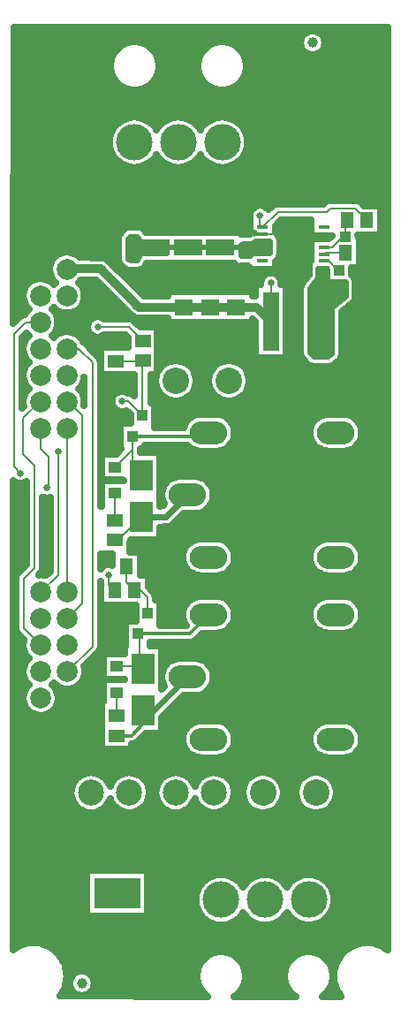
<source format=gbr>
G04 DipTrace 3.0.0.1*
G04 Top.gbr*
%MOIN*%
G04 #@! TF.FileFunction,Copper,L1,Top*
G04 #@! TF.Part,Single*
G04 #@! TA.AperFunction,Conductor*
%ADD13C,0.019685*%
%ADD14C,0.011811*%
%ADD15C,0.008*%
%ADD16C,0.023976*%
%ADD17C,0.031969*%
%ADD18C,0.007992*%
%ADD19C,0.012047*%
G04 #@! TA.AperFunction,CopperBalancing*
%ADD20C,0.025*%
%ADD21R,0.106299X0.062992*%
%ADD22R,0.03937X0.043307*%
%ADD23R,0.051181X0.059055*%
%ADD24R,0.043307X0.03937*%
%ADD25R,0.070866X0.062992*%
%ADD26R,0.086614X0.11811*%
%ADD27R,0.049213X0.043307*%
%ADD28R,0.059055X0.051181*%
G04 #@! TA.AperFunction,ComponentPad*
%ADD29C,0.098425*%
%ADD30R,0.07874X0.07874*%
%ADD31C,0.07874*%
%ADD32O,0.141732X0.086614*%
%ADD33R,0.062992X0.224409*%
%ADD34R,0.041339X0.011811*%
%ADD35R,0.11811X0.15748*%
G04 #@! TA.AperFunction,ComponentPad*
%ADD36C,0.137795*%
%ADD37C,0.1*%
%ADD38C,0.25*%
%ADD39R,0.177165X0.11811*%
%ADD40O,0.177165X0.11811*%
%ADD41O,0.11811X0.177165*%
%ADD42C,0.03937*%
%FSLAX26Y26*%
G04*
G70*
G90*
G75*
G01*
G04 Top*
%LPD*%
X973016Y3260016D2*
D13*
X1094016D1*
X1214016D1*
X1299016D1*
X1309016Y3250016D1*
X924016Y1513535D2*
D14*
X934134D1*
X922543Y1525126D1*
Y1460945D1*
X880614Y1419016D1*
X826213D1*
X826016Y1419213D1*
X820016Y2157213D2*
D15*
X832693D1*
X920016Y2244535D1*
X924016Y1513535D2*
D16*
X966276D1*
X1092819Y1640079D1*
X920016Y2244535D2*
X1010268D1*
X1092819Y2327087D1*
X1768819Y3363016D2*
D15*
Y3366638D1*
X1726677Y3408780D1*
X1631780D1*
X1618016Y3395016D1*
X1433567D1*
X1376701Y3338150D1*
X1080016Y3036016D2*
D17*
X1179016D1*
X1276016D1*
X1353378D1*
X1407780Y2981614D1*
D15*
Y3126299D1*
X1366441Y3381220D2*
Y3348409D1*
X1376701Y3338150D1*
X1080016Y3036016D2*
D17*
X909480D1*
X765063Y3180433D1*
X639669D1*
X637701Y3178465D1*
X537701Y2678465D2*
D15*
X533764D1*
X471756Y2616457D1*
Y2480630D1*
X515063Y2437323D1*
Y2051496D1*
X475693Y2012126D1*
Y1823740D1*
X539079Y1760354D1*
X1376701Y3312559D2*
X1346472D1*
X1346016Y3313016D1*
X1376701Y3312559D2*
X1448472D1*
X1492016Y3269016D1*
X1607016Y3286969D2*
X1530244D1*
X1491858Y3248583D1*
X1763819Y3241016D2*
Y3291142D1*
X1754945Y3300016D1*
X1689016Y3241016D2*
X1612244D1*
X1607016Y3235787D1*
Y3261378D2*
X1637378D1*
X1671016Y3295016D1*
X1683016D1*
X1688016Y3300016D1*
Y3357016D1*
X1694016Y3363016D1*
X1665016Y3175016D2*
D18*
X1660016D1*
X1624835Y3210197D1*
X1607016D1*
X826016Y1582016D2*
D15*
Y1494016D1*
X819016Y2334016D2*
Y2233016D1*
X820016Y2232016D1*
X826016Y1680441D2*
X914591D1*
X924016Y1671016D1*
X910732D1*
Y1798543D1*
X905811Y1803465D1*
D19*
X1101205D1*
X1172819Y1875079D1*
X886016Y2548016D2*
D15*
Y2499441D1*
X819016Y2432441D1*
X886016Y2548016D2*
Y2436016D1*
X920016Y2402016D1*
X886016Y2548016D2*
D19*
X1158748D1*
X1172819Y2562087D1*
X846016Y2680016D2*
D15*
Y2681016D1*
X869157D1*
X923417Y2626756D1*
Y2832417D1*
X924016Y2833016D1*
X821016Y2832213D2*
X923213D1*
X861520Y2056417D2*
Y1997362D1*
X892031Y1966850D1*
X913685D1*
X940260Y1940276D1*
Y1885157D1*
X943213Y1882205D1*
X795016Y2025016D2*
Y1989063D1*
X817228Y1966850D1*
X754016Y2961016D2*
X870819D1*
X924016Y2907819D1*
X537701Y2978465D2*
X482386D1*
X437307Y2933386D1*
Y2433386D1*
X461913Y2408780D1*
X537701Y2578465D2*
Y2500315D1*
X567228Y2470787D1*
Y2358583D1*
X562307Y2353661D1*
X637701Y2878465D2*
X682189D1*
X733567Y2827087D1*
Y1754843D1*
X639079Y1660354D1*
X604630Y2492441D2*
Y2025906D1*
X539079Y1960354D1*
X637701Y2578465D2*
Y1961732D1*
X639079Y1960354D1*
X637701Y2678465D2*
X644984D1*
X696165Y2627283D1*
Y1917441D1*
X639079Y1860354D1*
D20*
X888094Y3288701D3*
Y3256220D3*
X887110Y3223740D3*
X814016Y2515016D3*
X830016Y2553016D3*
X461913Y2408780D3*
X846016Y2680016D3*
X1451016Y3306016D3*
X1493016Y3307016D3*
X1533016D3*
X1450016Y3269016D3*
X1492016D3*
X1533016Y3268016D3*
X1451016Y3229016D3*
X1491016Y3228016D3*
X1533016D3*
X1450016Y3187016D3*
X1492016D3*
X1533016D3*
X1610535Y3299528D3*
X1346016Y3313016D3*
X795016Y2025016D3*
X754016Y2961016D3*
X493016Y1194016D3*
Y1144016D3*
Y1094016D3*
Y1044016D3*
Y994016D3*
Y944016D3*
Y894016D3*
Y844016D3*
X693016Y1344016D3*
X793016D3*
X893016D3*
X1407780Y3126299D3*
X1366441Y3381220D3*
X604630Y2492441D3*
X562307Y2353661D3*
X439995Y4065647D2*
X1530308D1*
X1600200D2*
X1847007D1*
X439946Y4040778D2*
X1517271D1*
X1613237D2*
X1846958D1*
X439898Y4015909D2*
X832651D1*
X953374D2*
X1163364D1*
X1284087D2*
X1519761D1*
X1610747D2*
X1846958D1*
X439898Y3991041D2*
X811460D1*
X974566D2*
X1142173D1*
X1305278D2*
X1543052D1*
X1587456D2*
X1846958D1*
X439849Y3966172D2*
X801597D1*
X984429D2*
X1132310D1*
X1315142D2*
X1846958D1*
X439849Y3941303D2*
X799204D1*
X986821D2*
X1129917D1*
X1317534D2*
X1846909D1*
X439800Y3916434D2*
X803794D1*
X982232D2*
X1134507D1*
X1312944D2*
X1846909D1*
X439800Y3891566D2*
X816538D1*
X969487D2*
X1147251D1*
X1300200D2*
X1846909D1*
X439751Y3866697D2*
X843735D1*
X942290D2*
X1174448D1*
X1273003D2*
X1846909D1*
X439751Y3841828D2*
X1846860D1*
X439702Y3816959D2*
X1846860D1*
X439653Y3792091D2*
X1846860D1*
X439653Y3767222D2*
X1846812D1*
X439605Y3742353D2*
X846372D1*
X939653D2*
X1011704D1*
X1105034D2*
X1177085D1*
X1270366D2*
X1846812D1*
X439605Y3717484D2*
X816099D1*
X969927D2*
X981480D1*
X1135259D2*
X1146812D1*
X1300640D2*
X1846812D1*
X439556Y3692615D2*
X801694D1*
X1315044D2*
X1846812D1*
X439556Y3667747D2*
X795640D1*
X1321099D2*
X1846763D1*
X439507Y3642878D2*
X796323D1*
X1320464D2*
X1846763D1*
X439507Y3618009D2*
X803843D1*
X1312944D2*
X1846763D1*
X439458Y3593140D2*
X820396D1*
X965630D2*
X985728D1*
X1131011D2*
X1151109D1*
X1296343D2*
X1846763D1*
X439458Y3568272D2*
X857603D1*
X928472D2*
X1022935D1*
X1093804D2*
X1188267D1*
X1259136D2*
X1846714D1*
X439409Y3543403D2*
X1846714D1*
X439360Y3518534D2*
X1846714D1*
X439360Y3493665D2*
X1846665D1*
X439312Y3468797D2*
X1846665D1*
X439312Y3443928D2*
X1846665D1*
X439263Y3419059D2*
X1354526D1*
X1378374D2*
X1412290D1*
X1762017D2*
X1846665D1*
X439263Y3394190D2*
X1327183D1*
X1823394D2*
X1846616D1*
X439214Y3369322D2*
X1326792D1*
X1823394D2*
X1846616D1*
X439214Y3344453D2*
X1327036D1*
X1428618D2*
X1557359D1*
X1823394D2*
X1846616D1*
X439165Y3319584D2*
X841441D1*
X935845D2*
X1327036D1*
X1426372D2*
X1557359D1*
X1823394D2*
X1846568D1*
X439116Y3294715D2*
X829575D1*
X1442583D2*
X1625083D1*
X1743609D2*
X1846568D1*
X439116Y3269846D2*
X829575D1*
X1443023D2*
X1557359D1*
X1743609D2*
X1846568D1*
X439068Y3244978D2*
X829575D1*
X1443023D2*
X1557359D1*
X1743609D2*
X1846568D1*
X439068Y3220109D2*
X584165D1*
X782720D2*
X829575D1*
X1439653D2*
X1557359D1*
X1743609D2*
X1846519D1*
X439019Y3195240D2*
X571519D1*
X812847D2*
X837974D1*
X937359D2*
X1272251D1*
X1426372D2*
X1548032D1*
X1743609D2*
X1846519D1*
X439019Y3170371D2*
X569859D1*
X837700D2*
X1548032D1*
X1713677D2*
X1846519D1*
X438970Y3145503D2*
X578159D1*
X862554D2*
X1371323D1*
X1444194D2*
X1538218D1*
X1725298D2*
X1846519D1*
X438970Y3120634D2*
X484605D1*
X690776D2*
X762290D1*
X887456D2*
X1366685D1*
X1448882D2*
X1520786D1*
X1729009D2*
X1846470D1*
X438921Y3095765D2*
X471665D1*
X703765D2*
X787144D1*
X912310D2*
X1347300D1*
X1468267D2*
X1517026D1*
X1729009D2*
X1846470D1*
X438872Y3070896D2*
X469761D1*
X705620D2*
X812046D1*
X1468267D2*
X1517026D1*
X1728960D2*
X1846470D1*
X438872Y3046028D2*
X477866D1*
X697515D2*
X836900D1*
X1468267D2*
X1517026D1*
X1712554D2*
X1846421D1*
X438823Y3021159D2*
X485044D1*
X590337D2*
X602744D1*
X672661D2*
X861753D1*
X1468267D2*
X1517026D1*
X1681890D2*
X1846421D1*
X438823Y2996290D2*
X454585D1*
X603618D2*
X734898D1*
X773150D2*
X891929D1*
X1468267D2*
X1517026D1*
X1676177D2*
X1846421D1*
X605669Y2971421D2*
X713950D1*
X906060D2*
X1347300D1*
X1468267D2*
X1517026D1*
X1676323D2*
X1846421D1*
X597808Y2946552D2*
X715318D1*
X982525D2*
X1347300D1*
X1468267D2*
X1517026D1*
X1676470D2*
X1846372D1*
X471245Y2921684D2*
X485484D1*
X689898D2*
X864536D1*
X982525D2*
X1347300D1*
X1468267D2*
X1517026D1*
X1676616D2*
X1846372D1*
X709478Y2896815D2*
X865513D1*
X982525D2*
X1347300D1*
X1468267D2*
X1517026D1*
X1676763D2*
X1846372D1*
X734331Y2871946D2*
X762485D1*
X982525D2*
X1347300D1*
X1468267D2*
X1517026D1*
X1676909D2*
X1846323D1*
X982525Y2847077D2*
X1347300D1*
X1468267D2*
X1519859D1*
X1675054D2*
X1846323D1*
X470318Y2822209D2*
X485972D1*
X982525D2*
X1004917D1*
X1093120D2*
X1204917D1*
X1293120D2*
X1541978D1*
X1651616D2*
X1846323D1*
X1117144Y2797340D2*
X1180894D1*
X1317144D2*
X1846323D1*
X766558Y2772471D2*
X890415D1*
X956401D2*
X971421D1*
X1126616D2*
X1171421D1*
X1326616D2*
X1846275D1*
X766558Y2747602D2*
X890415D1*
X956401D2*
X970737D1*
X1127300D2*
X1170737D1*
X1327300D2*
X1846275D1*
X470318Y2722734D2*
X486411D1*
X688970D2*
X700547D1*
X766558D2*
X890415D1*
X956401D2*
X978648D1*
X1119390D2*
X1178648D1*
X1319390D2*
X1846275D1*
X766558Y2697865D2*
X808872D1*
X956401D2*
X999253D1*
X1098784D2*
X1199253D1*
X1298784D2*
X1846275D1*
X766558Y2672996D2*
X805161D1*
X972075D2*
X1846226D1*
X766558Y2648127D2*
X821079D1*
X972075D2*
X1846226D1*
X766558Y2623259D2*
X874741D1*
X972075D2*
X1109165D1*
X1236480D2*
X1589146D1*
X1716509D2*
X1846226D1*
X766558Y2598390D2*
X874741D1*
X972075D2*
X1083140D1*
X1262505D2*
X1563120D1*
X1742485D2*
X1846177D1*
X766558Y2573521D2*
X837339D1*
X1271734D2*
X1553892D1*
X1751714D2*
X1846177D1*
X766558Y2548652D2*
X837339D1*
X1271392D2*
X1554282D1*
X1751372D2*
X1846177D1*
X766558Y2523783D2*
X837339D1*
X1261235D2*
X1564390D1*
X1741216D2*
X1846177D1*
X766558Y2498915D2*
X839878D1*
X918999D2*
X1113071D1*
X1232573D2*
X1593052D1*
X1712554D2*
X1846128D1*
X992339Y2474046D2*
X1846128D1*
X992339Y2449177D2*
X1846128D1*
X992339Y2424308D2*
X1846079D1*
X992339Y2399440D2*
X1846079D1*
X992339Y2374571D2*
X1011607D1*
X1174028D2*
X1846079D1*
X438091Y2349702D2*
X482066D1*
X1188921D2*
X1846079D1*
X438091Y2324833D2*
X482066D1*
X1192632D2*
X1846030D1*
X438042Y2299965D2*
X482066D1*
X548052D2*
X571616D1*
X1187212D2*
X1846030D1*
X438042Y2275096D2*
X482066D1*
X548052D2*
X571616D1*
X1169439D2*
X1846030D1*
X437993Y2250227D2*
X482066D1*
X548052D2*
X571616D1*
X1072857D2*
X1846030D1*
X437993Y2225358D2*
X482066D1*
X548052D2*
X571616D1*
X1048003D2*
X1845982D1*
X437944Y2200490D2*
X482066D1*
X548052D2*
X571616D1*
X992339D2*
X1845982D1*
X437944Y2175621D2*
X482066D1*
X548052D2*
X571616D1*
X992339D2*
X1845982D1*
X437896Y2150752D2*
X482066D1*
X548052D2*
X571616D1*
X878521D2*
X1104917D1*
X1240679D2*
X1584946D1*
X1720708D2*
X1845933D1*
X437847Y2125883D2*
X482066D1*
X548052D2*
X571616D1*
X878521D2*
X1081675D1*
X1263970D2*
X1561704D1*
X1743950D2*
X1845933D1*
X437847Y2101014D2*
X482066D1*
X548052D2*
X571616D1*
X766558D2*
X806919D1*
X916118D2*
X1073521D1*
X1272124D2*
X1553550D1*
X1752105D2*
X1845933D1*
X437798Y2076146D2*
X482066D1*
X548052D2*
X571616D1*
X766558D2*
X806919D1*
X916118D2*
X1074790D1*
X1270855D2*
X1554819D1*
X1750835D2*
X1845933D1*
X437798Y2051277D2*
X469224D1*
X548052D2*
X571616D1*
X916118D2*
X1086118D1*
X1259526D2*
X1566148D1*
X1739507D2*
X1845884D1*
X437749Y2026408D2*
X446246D1*
X535601D2*
X559507D1*
X916118D2*
X1119126D1*
X1226519D2*
X1599155D1*
X1706499D2*
X1845884D1*
X946636Y2001539D2*
X1845884D1*
X949468Y1976671D2*
X1845884D1*
X971001Y1951802D2*
X1845835D1*
X991900Y1926933D2*
X1096030D1*
X1249614D2*
X1576060D1*
X1729595D2*
X1845835D1*
X766558Y1902064D2*
X894517D1*
X991900D2*
X1078403D1*
X1267241D2*
X1558384D1*
X1747271D2*
X1845835D1*
X766558Y1877196D2*
X894517D1*
X991900D2*
X1072984D1*
X1272661D2*
X1553013D1*
X1752642D2*
X1845786D1*
X766558Y1852327D2*
X894517D1*
X991900D2*
X1076792D1*
X1268853D2*
X1556773D1*
X1748882D2*
X1845786D1*
X766558Y1827458D2*
X857114D1*
X1253911D2*
X1571714D1*
X1733892D2*
X1845786D1*
X437505Y1802589D2*
X451194D1*
X766558D2*
X857114D1*
X1148833D2*
X1845786D1*
X437505Y1777720D2*
X473032D1*
X766558D2*
X857114D1*
X1123589D2*
X1845737D1*
X437456Y1752852D2*
X471128D1*
X766509D2*
X851694D1*
X996294D2*
X1845737D1*
X437456Y1727983D2*
X479234D1*
X752349D2*
X772398D1*
X996294D2*
X1845737D1*
X437407Y1703114D2*
X486509D1*
X727446D2*
X772398D1*
X996294D2*
X1032798D1*
X1152837D2*
X1845689D1*
X437359Y1678245D2*
X473179D1*
X704985D2*
X772398D1*
X996294D2*
X1004319D1*
X1181304D2*
X1845689D1*
X437359Y1653377D2*
X471079D1*
X707085D2*
X772398D1*
X1191411D2*
X1845689D1*
X437310Y1628508D2*
X478941D1*
X699224D2*
X772398D1*
X1191704D2*
X1845689D1*
X437310Y1603639D2*
X486948D1*
X591216D2*
X603115D1*
X675054D2*
X772398D1*
X1182427D2*
X1845640D1*
X437261Y1578770D2*
X473325D1*
X604790D2*
X772398D1*
X1156255D2*
X1845640D1*
X437261Y1553902D2*
X471030D1*
X607134D2*
X772398D1*
X1063579D2*
X1845640D1*
X437212Y1529033D2*
X478648D1*
X599517D2*
X767515D1*
X1038677D2*
X1845640D1*
X437212Y1504164D2*
X502232D1*
X575933D2*
X767515D1*
X1013823D2*
X1845591D1*
X437163Y1479295D2*
X767515D1*
X996294D2*
X1845591D1*
X437114Y1454427D2*
X767515D1*
X996294D2*
X1093394D1*
X1252251D2*
X1573374D1*
X1732232D2*
X1845591D1*
X437114Y1429558D2*
X767515D1*
X996294D2*
X1077378D1*
X1268267D2*
X1557407D1*
X1748247D2*
X1845542D1*
X437066Y1404689D2*
X767515D1*
X914605D2*
X1072984D1*
X1272661D2*
X1552964D1*
X1752691D2*
X1845542D1*
X437066Y1379820D2*
X767515D1*
X884526D2*
X1077671D1*
X1267925D2*
X1557700D1*
X1747954D2*
X1845542D1*
X437017Y1354951D2*
X1094175D1*
X1251470D2*
X1574204D1*
X1731450D2*
X1845542D1*
X437017Y1330083D2*
X1845493D1*
X436968Y1305214D2*
X1845493D1*
X436968Y1280345D2*
X1845493D1*
X436919Y1255476D2*
X670835D1*
X786870D2*
X814927D1*
X930962D2*
X990903D1*
X1106939D2*
X1134995D1*
X1251030D2*
X1318931D1*
X1437114D2*
X1518931D1*
X1637114D2*
X1845444D1*
X436870Y1230608D2*
X655454D1*
X946294D2*
X975523D1*
X1266411D2*
X1303794D1*
X1452251D2*
X1503794D1*
X1652251D2*
X1845444D1*
X436870Y1205739D2*
X650669D1*
X951128D2*
X970737D1*
X1271196D2*
X1299058D1*
X1456987D2*
X1499058D1*
X1656987D2*
X1845444D1*
X436821Y1180870D2*
X654282D1*
X947515D2*
X974351D1*
X1267583D2*
X1302622D1*
X1453423D2*
X1502622D1*
X1653423D2*
X1845444D1*
X436821Y1156001D2*
X667808D1*
X789849D2*
X811900D1*
X933989D2*
X987876D1*
X1109966D2*
X1131968D1*
X1254058D2*
X1315952D1*
X1440044D2*
X1515952D1*
X1640044D2*
X1845396D1*
X436773Y1131133D2*
X705845D1*
X751812D2*
X849985D1*
X895903D2*
X1025962D1*
X1071880D2*
X1170054D1*
X1215972D2*
X1352280D1*
X1403716D2*
X1552280D1*
X1603716D2*
X1845396D1*
X436773Y1106264D2*
X1845396D1*
X436724Y1081395D2*
X1845396D1*
X436724Y1056526D2*
X1845347D1*
X436675Y1031657D2*
X1845347D1*
X436626Y1006789D2*
X1845347D1*
X436626Y981920D2*
X1845298D1*
X436577Y957051D2*
X1845298D1*
X436577Y932182D2*
X1845298D1*
X436528Y907314D2*
X709507D1*
X944634D2*
X1845298D1*
X436528Y882445D2*
X709507D1*
X944634D2*
X1170151D1*
X1269439D2*
X1335484D1*
X1434819D2*
X1500816D1*
X1600151D2*
X1845249D1*
X436480Y857576D2*
X709507D1*
X944634D2*
X1141587D1*
X1298003D2*
X1306968D1*
X1463335D2*
X1472289D1*
X1628667D2*
X1845249D1*
X436480Y832707D2*
X709507D1*
X944634D2*
X1127866D1*
X1642437D2*
X1845249D1*
X436431Y807839D2*
X709507D1*
X944634D2*
X1122251D1*
X1648003D2*
X1845249D1*
X436382Y782970D2*
X709507D1*
X944634D2*
X1123325D1*
X1646929D2*
X1845200D1*
X436382Y758101D2*
X709507D1*
X944634D2*
X1131382D1*
X1638921D2*
X1845200D1*
X436333Y733232D2*
X1148716D1*
X1290874D2*
X1314048D1*
X1456206D2*
X1479429D1*
X1621587D2*
X1845200D1*
X436333Y708364D2*
X1189194D1*
X1250347D2*
X1354575D1*
X1415728D2*
X1519907D1*
X1581060D2*
X1845151D1*
X436284Y683495D2*
X1845151D1*
X436284Y658626D2*
X1845151D1*
X436235Y633757D2*
X476450D1*
X545806D2*
X1736265D1*
X1805669D2*
X1845151D1*
X594048Y608888D2*
X1688023D1*
X616900Y584020D2*
X1160874D1*
X1278667D2*
X1491587D1*
X1609380D2*
X1665220D1*
X630327Y559151D2*
X1138950D1*
X1300640D2*
X1469663D1*
X1631353D2*
X1651743D1*
X637456Y534282D2*
X1128648D1*
X1310943D2*
X1459360D1*
X639409Y509413D2*
X652766D1*
X735601D2*
X1125962D1*
X1313628D2*
X1456675D1*
X636382Y484545D2*
X645479D1*
X742876D2*
X1130161D1*
X1309380D2*
X1460874D1*
X627984Y459676D2*
X652818D1*
X735601D2*
X1142466D1*
X1297124D2*
X1473179D1*
X1627837D2*
X1654087D1*
X1146874Y3318004D2*
X1293657D1*
Y3309947D1*
X1298370Y3310500D1*
X1328781Y3311242D1*
X1329539Y3318252D1*
X1329357Y3369171D1*
X1327929Y3375121D1*
X1327449Y3381220D1*
X1327929Y3387320D1*
X1329357Y3393270D1*
X1331699Y3398923D1*
X1334896Y3404139D1*
X1338869Y3408792D1*
X1343522Y3412766D1*
X1348739Y3415963D1*
X1354392Y3418304D1*
X1360341Y3419733D1*
X1366441Y3420213D1*
X1372541Y3419733D1*
X1378490Y3418304D1*
X1384143Y3415963D1*
X1389360Y3412766D1*
X1394013Y3408792D1*
X1398617Y3403195D1*
X1413764Y3418202D1*
X1419724Y3422185D1*
X1426449Y3424666D1*
X1433567Y3425508D1*
X1605393D1*
X1613857Y3433448D1*
X1620111Y3436951D1*
X1627009Y3438896D1*
X1631780Y3439272D1*
X1729070Y3439178D1*
X1736100Y3437779D1*
X1742609Y3434778D1*
X1748238Y3430341D1*
X1759529Y3419051D1*
X1820902Y3419035D1*
Y3306996D1*
X1736185D1*
X1736933Y3297035D1*
X1741099D1*
Y3184996D1*
X1711167D1*
X1711193Y3157195D1*
X1719951Y3149464D1*
X1723473Y3144328D1*
X1725699Y3138512D1*
X1726508Y3132016D1*
X1726426Y3069937D1*
X1725211Y3063829D1*
X1722604Y3058174D1*
X1718749Y3053283D1*
X1673594Y3016465D1*
X1674438Y2855091D1*
X1673259Y2848976D1*
X1670684Y2843305D1*
X1666851Y2838387D1*
X1642243Y2816075D1*
X1636907Y2812866D1*
X1630968Y2810990D1*
X1625574Y2810527D1*
X1563497Y2811643D1*
X1557410Y2812960D1*
X1551799Y2815661D1*
X1546832Y2819745D1*
X1524210Y2843971D1*
X1521300Y2849477D1*
X1519756Y2855511D1*
X1519524Y2871516D1*
X1519605Y3109094D1*
X1520820Y3115202D1*
X1523228Y3120528D1*
X1550541Y3159436D1*
X1550605Y3196094D1*
X1551820Y3202202D1*
X1554427Y3207858D1*
X1558283Y3212749D1*
X1559817Y3214166D1*
X1559854Y3293776D1*
X1626700D1*
X1638639Y3305761D1*
X1559854Y3305752D1*
Y3364492D1*
X1446190Y3364523D1*
X1423882Y3342208D1*
X1423862Y3319220D1*
X1427897Y3315525D1*
X1436391Y3304199D1*
X1439084Y3298584D1*
X1440392Y3292495D1*
X1440508Y3233016D1*
X1439776Y3226831D1*
X1437620Y3220989D1*
X1434161Y3215810D1*
X1429414Y3211458D1*
X1423836Y3207474D1*
X1423862Y3177799D1*
X1329539D1*
X1329237Y3183535D1*
X1291104Y3184983D1*
X1285162Y3186849D1*
X1279821Y3190050D1*
X1275369Y3194417D1*
X1269868Y3201873D1*
X1243657Y3202028D1*
X938156D1*
X930542Y3187001D1*
X926418Y3182334D1*
X921319Y3178759D1*
X915527Y3176472D1*
X909352Y3175601D1*
X867315Y3175676D1*
X861207Y3176891D1*
X855552Y3179498D1*
X850661Y3183354D1*
X837063Y3199409D1*
X834045Y3204856D1*
X832382Y3210858D1*
X832075Y3214882D1*
X832156Y3297669D1*
X833371Y3303777D1*
X835979Y3309433D1*
X845888Y3321998D1*
X853668Y3331055D1*
X858759Y3334641D1*
X864547Y3336939D1*
X870720Y3337823D1*
X908874Y3337749D1*
X914982Y3336534D1*
X920637Y3333927D1*
X925528Y3330071D1*
X928499Y3326531D1*
X934351Y3318171D1*
X1146874Y3318004D1*
X1226591Y3094004D2*
X1337941D1*
Y3078525D1*
X1349795Y3078492D1*
X1349791Y3120311D1*
X1369274D1*
X1368787Y3126299D1*
X1369267Y3132399D1*
X1370696Y3138348D1*
X1373037Y3144001D1*
X1376234Y3149218D1*
X1380208Y3153871D1*
X1384861Y3157845D1*
X1390077Y3161041D1*
X1395730Y3163383D1*
X1401680Y3164811D1*
X1407780Y3165291D1*
X1413879Y3164811D1*
X1419829Y3163383D1*
X1425482Y3161041D1*
X1430699Y3157845D1*
X1435351Y3153871D1*
X1439325Y3149218D1*
X1442522Y3144001D1*
X1444863Y3138348D1*
X1446292Y3132399D1*
X1446772Y3126299D1*
X1446304Y3120306D1*
X1465768Y3120311D1*
Y2842917D1*
X1349791D1*
Y2979490D1*
X1337935Y2991388D1*
X1337941Y2978027D1*
X1018091D1*
Y2993506D1*
X906148Y2993670D1*
X899564Y2994713D1*
X893225Y2996773D1*
X887286Y2999799D1*
X881894Y3003716D1*
X817573Y3067852D1*
X747449Y3137976D1*
X689624Y3137957D1*
X684272Y3131893D1*
X680579Y3128479D1*
X687783Y3121239D1*
X693858Y3112877D1*
X698550Y3103669D1*
X701743Y3093840D1*
X703360Y3083632D1*
Y3073297D1*
X701743Y3063089D1*
X698550Y3053260D1*
X693858Y3044052D1*
X687783Y3035690D1*
X680475Y3028383D1*
X672114Y3022308D1*
X662905Y3017616D1*
X653076Y3014422D1*
X642868Y3012805D1*
X632533D1*
X622326Y3014422D1*
X612496Y3017616D1*
X603288Y3022308D1*
X594927Y3028383D1*
X587715Y3035587D1*
X580579Y3028479D1*
X587783Y3021239D1*
X593858Y3012877D1*
X598550Y3003669D1*
X601743Y2993840D1*
X603360Y2983632D1*
Y2973297D1*
X601743Y2963089D1*
X598550Y2953260D1*
X593858Y2944052D1*
X587783Y2935690D1*
X580579Y2928479D1*
X587687Y2921342D1*
X594927Y2928547D1*
X603288Y2934621D1*
X612496Y2939313D1*
X622326Y2942507D1*
X632533Y2944124D1*
X642868D1*
X653076Y2942507D1*
X662905Y2939313D1*
X672114Y2934621D1*
X680475Y2928547D1*
X687783Y2921239D1*
X693858Y2912877D1*
X698203Y2904421D1*
X703750Y2900026D1*
X756753Y2846890D1*
X760736Y2840930D1*
X763217Y2834205D1*
X764059Y2827087D1*
Y2284069D1*
X767918Y2285870D1*
Y2382161D1*
X850193D1*
X845114Y2384295D1*
X767918D1*
Y2480586D1*
X824021D1*
X843340Y2499888D1*
X839839Y2499870D1*
Y2596161D1*
X877192D1*
X877240Y2629831D1*
X862392Y2644659D1*
X855118Y2642101D1*
X849075Y2641144D1*
X842956D1*
X836913Y2642101D1*
X831094Y2643992D1*
X825642Y2646769D1*
X820692Y2650366D1*
X816366Y2654692D1*
X812769Y2659642D1*
X809992Y2665094D1*
X808101Y2670913D1*
X807144Y2676956D1*
Y2683075D1*
X808101Y2689118D1*
X809992Y2694937D1*
X812769Y2700389D1*
X816366Y2705339D1*
X820692Y2709666D1*
X825642Y2713262D1*
X831094Y2716040D1*
X836913Y2717931D1*
X842956Y2718888D1*
X849075D1*
X855118Y2717931D1*
X860937Y2716040D1*
X866389Y2713262D1*
X869157Y2711508D1*
X876276Y2710665D1*
X883001Y2708184D1*
X888961Y2704202D1*
X892894Y2700402D1*
X892925Y2780906D1*
X877073Y2780933D1*
X877036Y2780130D1*
X764996D1*
Y2884295D1*
X867959D1*
X867996Y2920726D1*
X858157Y2930555D1*
X778290Y2930523D1*
X771718Y2926274D1*
X766065Y2923932D1*
X760115Y2922504D1*
X754016Y2922024D1*
X747916Y2922504D1*
X741967Y2923932D1*
X736314Y2926274D1*
X731097Y2929470D1*
X726444Y2933444D1*
X722470Y2938097D1*
X719274Y2943314D1*
X716932Y2948967D1*
X715504Y2954916D1*
X715024Y2961016D1*
X715504Y2967115D1*
X716932Y2973065D1*
X719274Y2978718D1*
X722470Y2983935D1*
X726444Y2988587D1*
X731097Y2992561D1*
X736314Y2995758D1*
X741967Y2998099D1*
X747916Y2999528D1*
X754016Y3000008D1*
X760115Y2999528D1*
X766065Y2998099D1*
X771718Y2995758D1*
X778278Y2991502D1*
X873211Y2991414D1*
X880242Y2990016D1*
X886751Y2987015D1*
X892380Y2982577D1*
X915064Y2959893D1*
X980035Y2959902D1*
Y2791104D1*
X983795Y2797983D1*
X990851Y2807693D1*
X999338Y2816181D1*
X1009049Y2823236D1*
X1019743Y2828685D1*
X1031159Y2832394D1*
X1043014Y2834272D1*
X1055017D1*
X1066872Y2832394D1*
X1078288Y2828685D1*
X1088983Y2823236D1*
X1098693Y2816181D1*
X1107181Y2807693D1*
X1114236Y2797983D1*
X1119685Y2787288D1*
X1123394Y2775872D1*
X1125272Y2764017D1*
Y2752014D1*
X1123394Y2740159D1*
X1119685Y2728743D1*
X1114236Y2718049D1*
X1107181Y2708338D1*
X1098693Y2699851D1*
X1088983Y2692795D1*
X1078288Y2687346D1*
X1066872Y2683637D1*
X1055017Y2681759D1*
X1043014D1*
X1031159Y2683637D1*
X1019743Y2687346D1*
X1009049Y2692795D1*
X999338Y2699851D1*
X990851Y2708338D1*
X983795Y2718049D1*
X978346Y2728743D1*
X974637Y2740159D1*
X972759Y2752014D1*
Y2764017D1*
X974637Y2775872D1*
X976070Y2780953D1*
X953912Y2780933D1*
X953909Y2674947D1*
X969595Y2674901D1*
Y2580499D1*
X1077959Y2580532D1*
X1080774Y2588798D1*
X1085746Y2598557D1*
X1092184Y2607418D1*
X1099929Y2615162D1*
X1108790Y2621600D1*
X1118549Y2626573D1*
X1128966Y2629957D1*
X1139783Y2631671D1*
X1182760Y2631886D1*
X1205854Y2631671D1*
X1216672Y2629957D1*
X1227089Y2626573D1*
X1236848Y2621600D1*
X1245709Y2615162D1*
X1253454Y2607418D1*
X1259892Y2598557D1*
X1264864Y2588798D1*
X1268249Y2578381D1*
X1269962Y2567563D1*
Y2556610D1*
X1268249Y2545792D1*
X1264864Y2535376D1*
X1259892Y2525617D1*
X1253454Y2516756D1*
X1245709Y2509011D1*
X1236848Y2502573D1*
X1227089Y2497601D1*
X1216672Y2494216D1*
X1205854Y2492503D1*
X1162878Y2492287D1*
X1139783Y2492503D1*
X1128966Y2494216D1*
X1118549Y2497601D1*
X1108790Y2502573D1*
X1099929Y2509011D1*
X1093332Y2515514D1*
X932234Y2515500D1*
X932193Y2499870D1*
X916519D1*
X916508Y2487518D1*
X989815Y2487563D1*
Y2283061D1*
X1000736Y2289423D1*
X1004361Y2293048D1*
X1000774Y2300376D1*
X997389Y2310792D1*
X995676Y2321610D1*
Y2332563D1*
X997389Y2343381D1*
X1000774Y2353798D1*
X1005746Y2363557D1*
X1012184Y2372418D1*
X1019929Y2380162D1*
X1028790Y2386600D1*
X1038549Y2391573D1*
X1048966Y2394957D1*
X1059783Y2396671D1*
X1102760Y2396886D1*
X1125854Y2396671D1*
X1136672Y2394957D1*
X1147089Y2391573D1*
X1156848Y2386600D1*
X1165709Y2380162D1*
X1173454Y2372418D1*
X1179892Y2363557D1*
X1184864Y2353798D1*
X1188249Y2343381D1*
X1189962Y2332563D1*
Y2321610D1*
X1188249Y2310792D1*
X1184864Y2300376D1*
X1179892Y2290617D1*
X1173454Y2281756D1*
X1165709Y2274011D1*
X1156848Y2267573D1*
X1147089Y2262601D1*
X1136672Y2259216D1*
X1125854Y2257503D1*
X1082878Y2257287D1*
X1077458D1*
X1035259Y2215275D1*
X1030374Y2211725D1*
X1024994Y2208984D1*
X1019251Y2207118D1*
X1013287Y2206174D1*
X989809Y2206055D1*
X989815Y2158988D1*
X877559D1*
X876036Y2146795D1*
Y2112469D1*
X913603Y2112437D1*
Y2022837D1*
X944114Y2022870D1*
Y1979559D1*
X963446Y1960079D1*
X967429Y1954119D1*
X969910Y1947394D1*
X970752Y1940276D1*
Y1930363D1*
X989390Y1930350D1*
Y1835948D1*
X1087403Y1835980D1*
X1083068Y1843391D1*
X1078877Y1853510D1*
X1076320Y1864160D1*
X1075461Y1875079D1*
X1076320Y1885998D1*
X1078877Y1896648D1*
X1083068Y1906767D1*
X1088791Y1916106D1*
X1095904Y1924434D1*
X1104233Y1931547D1*
X1113572Y1937270D1*
X1123691Y1941462D1*
X1134341Y1944019D1*
X1145281Y1944877D1*
X1205854Y1944663D1*
X1216672Y1942949D1*
X1227089Y1939565D1*
X1236848Y1934592D1*
X1245709Y1928154D1*
X1253454Y1920410D1*
X1259892Y1911549D1*
X1264864Y1901790D1*
X1268249Y1891373D1*
X1269962Y1880555D1*
Y1869602D1*
X1268249Y1858784D1*
X1264864Y1848368D1*
X1259892Y1838609D1*
X1253454Y1829748D1*
X1245709Y1822003D1*
X1236848Y1815565D1*
X1227089Y1810593D1*
X1216672Y1807208D1*
X1205854Y1805495D1*
X1162878Y1805279D1*
X1148999D1*
X1122322Y1778739D1*
X1115967Y1774493D1*
X1108795Y1771847D1*
X1101205Y1770949D1*
X952035D1*
X951988Y1756589D1*
X993815Y1756563D1*
Y1595518D1*
X1004356Y1606035D1*
X1000774Y1613368D1*
X997389Y1623784D1*
X995676Y1634602D1*
Y1645555D1*
X997389Y1656373D1*
X1000774Y1666790D1*
X1005746Y1676549D1*
X1012184Y1685410D1*
X1019929Y1693154D1*
X1028790Y1699592D1*
X1038549Y1704565D1*
X1048966Y1707949D1*
X1059783Y1709663D1*
X1102760Y1709878D1*
X1125854Y1709663D1*
X1136672Y1707949D1*
X1147089Y1704565D1*
X1156848Y1699592D1*
X1165709Y1693154D1*
X1173454Y1685410D1*
X1179892Y1676549D1*
X1184864Y1666790D1*
X1188249Y1656373D1*
X1189962Y1645555D1*
Y1634602D1*
X1188249Y1623784D1*
X1184864Y1613368D1*
X1179892Y1603609D1*
X1173454Y1594748D1*
X1165709Y1587003D1*
X1156848Y1580565D1*
X1147089Y1575593D1*
X1136672Y1572208D1*
X1125854Y1570495D1*
X1082878Y1570279D1*
X1077458D1*
X993815Y1486582D1*
Y1427988D1*
X935368D1*
X901655Y1394380D1*
X895322Y1390149D1*
X888177Y1387513D1*
X883146Y1386718D1*
X882036Y1383795D1*
Y1367130D1*
X769996D1*
Y1546098D1*
X774918Y1546370D1*
Y1630161D1*
X854263D1*
X852114Y1632295D1*
X774918D1*
Y1728586D1*
X854263D1*
X854217Y1756563D1*
X859637D1*
X859634Y1851610D1*
X896988D1*
X897036Y1910865D1*
X765146Y1910831D1*
X764899Y1984293D1*
X764524Y1989063D1*
Y2000733D1*
X764059Y1977087D1*
X763965Y1752450D1*
X762567Y1745420D1*
X759566Y1738910D1*
X755128Y1733281D1*
X701923Y1680076D1*
X704130Y1670657D1*
X704941Y1660354D1*
X704130Y1650051D1*
X701717Y1640002D1*
X697762Y1630454D1*
X692362Y1621641D1*
X685650Y1613783D1*
X677792Y1607071D1*
X668980Y1601671D1*
X659431Y1597716D1*
X649382Y1595303D1*
X639079Y1594492D1*
X628776Y1595303D1*
X618726Y1597716D1*
X609178Y1601671D1*
X600366Y1607071D1*
X592507Y1613783D1*
X589093Y1617476D1*
X581957Y1610368D1*
X589161Y1603128D1*
X595236Y1594767D1*
X599927Y1585559D1*
X603121Y1575730D1*
X604738Y1565522D1*
Y1555187D1*
X603121Y1544979D1*
X599927Y1535150D1*
X595236Y1525941D1*
X589161Y1517580D1*
X581853Y1510272D1*
X573492Y1504198D1*
X564283Y1499506D1*
X554454Y1496312D1*
X544246Y1494695D1*
X533911D1*
X523704Y1496312D1*
X513874Y1499506D1*
X504666Y1504198D1*
X496305Y1510272D1*
X488997Y1517580D1*
X482922Y1525941D1*
X478230Y1535150D1*
X475036Y1544979D1*
X473420Y1555187D1*
Y1565522D1*
X475036Y1575730D1*
X478230Y1585559D1*
X482922Y1594767D1*
X488997Y1603128D1*
X496201Y1610340D1*
X488997Y1617580D1*
X482922Y1625941D1*
X478230Y1635150D1*
X475036Y1644979D1*
X473420Y1655187D1*
Y1665522D1*
X475036Y1675730D1*
X478230Y1685559D1*
X482922Y1694767D1*
X488997Y1703128D1*
X496201Y1710340D1*
X488997Y1717580D1*
X482922Y1725941D1*
X478230Y1735150D1*
X475036Y1744979D1*
X473420Y1755187D1*
Y1765522D1*
X475036Y1775730D1*
X476259Y1780065D1*
X452506Y1803937D1*
X448524Y1809897D1*
X446043Y1816622D1*
X445201Y1823740D1*
X445295Y2014518D1*
X446693Y2021549D1*
X449694Y2028058D1*
X454132Y2033687D1*
X484550Y2064105D1*
X484571Y2377033D1*
X479615Y2374037D1*
X473963Y2371696D1*
X468013Y2370267D1*
X461913Y2369787D1*
X455814Y2370267D1*
X449864Y2371696D1*
X444211Y2374037D1*
X438994Y2377234D1*
X435650Y2379998D1*
X433720Y611354D1*
X445385Y619405D1*
X454005Y624233D1*
X462977Y628369D1*
X472245Y631788D1*
X481754Y634470D1*
X491443Y636397D1*
X501254Y637558D1*
X511126Y637946D1*
X520998Y637558D1*
X530809Y636397D1*
X540498Y634470D1*
X550007Y631788D1*
X559275Y628369D1*
X568247Y624233D1*
X576867Y619405D1*
X585081Y613917D1*
X592840Y607800D1*
X600094Y601094D1*
X606800Y593840D1*
X612917Y586081D1*
X618405Y577867D1*
X623233Y569247D1*
X627369Y560275D1*
X630788Y551007D1*
X633470Y541498D1*
X635397Y531809D1*
X636558Y521998D1*
X636946Y512126D1*
X636558Y502254D1*
X635397Y492443D1*
X633470Y482754D1*
X630788Y473245D1*
X627369Y463977D1*
X623233Y455005D1*
X618405Y446385D1*
X611507Y436383D1*
X1169218Y435996D1*
X1160446Y442647D1*
X1150308Y452785D1*
X1141880Y464385D1*
X1135371Y477160D1*
X1130941Y490796D1*
X1128698Y504957D1*
Y519295D1*
X1130941Y533456D1*
X1135371Y547092D1*
X1141880Y559867D1*
X1150308Y571467D1*
X1160446Y581605D1*
X1172046Y590033D1*
X1184821Y596542D1*
X1198457Y600973D1*
X1212618Y603216D1*
X1226956D1*
X1241118Y600973D1*
X1254754Y596542D1*
X1267529Y590033D1*
X1279128Y581605D1*
X1289267Y571467D1*
X1297694Y559867D1*
X1304204Y547092D1*
X1308634Y533456D1*
X1310877Y519295D1*
Y504957D1*
X1308634Y490796D1*
X1304204Y477160D1*
X1297694Y464385D1*
X1289267Y452785D1*
X1279128Y442647D1*
X1270069Y435916D1*
X1500272Y435766D1*
X1491155Y442647D1*
X1481017Y452785D1*
X1472589Y464385D1*
X1466080Y477160D1*
X1461649Y490796D1*
X1459406Y504957D1*
Y519295D1*
X1461649Y533456D1*
X1466080Y547092D1*
X1472589Y559867D1*
X1481017Y571467D1*
X1491155Y581605D1*
X1502755Y590033D1*
X1515530Y596542D1*
X1529166Y600973D1*
X1543327Y603216D1*
X1557665D1*
X1571826Y600973D1*
X1585462Y596542D1*
X1598237Y590033D1*
X1609837Y581605D1*
X1619975Y571467D1*
X1628403Y559867D1*
X1634912Y547092D1*
X1639343Y533456D1*
X1641586Y519295D1*
Y504957D1*
X1639343Y490796D1*
X1634912Y477160D1*
X1628403Y464385D1*
X1619975Y452785D1*
X1609837Y442647D1*
X1600451Y435698D1*
X1671073Y435647D1*
X1663689Y446385D1*
X1658862Y455005D1*
X1654726Y463977D1*
X1651306Y473245D1*
X1648625Y482754D1*
X1646697Y492443D1*
X1645536Y502254D1*
X1645148Y512126D1*
X1645536Y521998D1*
X1646697Y531809D1*
X1648625Y541498D1*
X1651306Y551007D1*
X1654726Y560275D1*
X1658862Y569247D1*
X1663689Y577867D1*
X1669178Y586081D1*
X1675294Y593840D1*
X1682000Y601094D1*
X1689255Y607800D1*
X1697013Y613917D1*
X1705228Y619405D1*
X1713847Y624233D1*
X1722819Y628369D1*
X1732088Y631788D1*
X1741596Y634470D1*
X1751286Y636397D1*
X1761097Y637558D1*
X1770969Y637946D1*
X1780840Y637558D1*
X1790651Y636397D1*
X1800341Y634470D1*
X1809849Y631788D1*
X1819118Y628369D1*
X1828090Y624233D1*
X1836709Y619405D1*
X1847621Y611790D1*
X1849509Y4090551D1*
X437502Y4090502D1*
X436290Y2975513D1*
X462583Y3001651D1*
X468543Y3005633D1*
X475268Y3008114D1*
X477625Y3008583D1*
X481544Y3012877D1*
X487619Y3021239D1*
X494823Y3028451D1*
X487619Y3035690D1*
X481544Y3044052D1*
X476852Y3053260D1*
X473658Y3063089D1*
X472042Y3073297D1*
Y3083632D1*
X473658Y3093840D1*
X476852Y3103669D1*
X481544Y3112877D1*
X487619Y3121239D1*
X494927Y3128547D1*
X503288Y3134621D1*
X512496Y3139313D1*
X522326Y3142507D1*
X532533Y3144124D1*
X542868D1*
X553076Y3142507D1*
X562905Y3139313D1*
X572114Y3134621D1*
X580475Y3128547D1*
X587687Y3121342D1*
X594823Y3128451D1*
X587619Y3135690D1*
X581544Y3144052D1*
X576852Y3153260D1*
X573658Y3163089D1*
X572042Y3173297D1*
Y3183632D1*
X573658Y3193840D1*
X576852Y3203669D1*
X581544Y3212877D1*
X587619Y3221239D1*
X594927Y3228547D1*
X603288Y3234621D1*
X612496Y3239313D1*
X622326Y3242507D1*
X632533Y3244124D1*
X642868D1*
X653076Y3242507D1*
X662905Y3239313D1*
X672114Y3234621D1*
X680475Y3228547D1*
X686233Y3222915D1*
X768396Y3222779D1*
X774979Y3221736D1*
X781318Y3219676D1*
X787257Y3216650D1*
X792649Y3212732D1*
X856970Y3148597D1*
X927094Y3078473D1*
X1018123Y3078492D1*
X1018091Y3094004D1*
X1226591D1*
X1268487Y1198076D2*
X1266629Y1186343D1*
X1262958Y1175045D1*
X1257565Y1164460D1*
X1250582Y1154849D1*
X1242182Y1146449D1*
X1232571Y1139467D1*
X1221987Y1134074D1*
X1210689Y1130403D1*
X1198955Y1128544D1*
X1187076D1*
X1175343Y1130403D1*
X1164045Y1134074D1*
X1153460Y1139467D1*
X1143849Y1146449D1*
X1135449Y1154849D1*
X1128467Y1164460D1*
X1123074Y1175045D1*
X1120921Y1180622D1*
X1116375Y1169647D1*
X1110168Y1159518D1*
X1102453Y1150484D1*
X1093419Y1142769D1*
X1083290Y1136562D1*
X1072315Y1132016D1*
X1060764Y1129243D1*
X1048921Y1128311D1*
X1037078Y1129243D1*
X1025527Y1132016D1*
X1014552Y1136562D1*
X1004423Y1142769D1*
X995390Y1150484D1*
X987675Y1159518D1*
X981468Y1169647D1*
X976922Y1180622D1*
X974149Y1192173D1*
X973217Y1204016D1*
X974149Y1215859D1*
X976922Y1227410D1*
X981468Y1238385D1*
X987675Y1248514D1*
X995390Y1257547D1*
X1004423Y1265262D1*
X1014552Y1271469D1*
X1025527Y1276015D1*
X1037078Y1278788D1*
X1048921Y1279720D1*
X1060764Y1278788D1*
X1072315Y1276015D1*
X1083290Y1271469D1*
X1093419Y1265262D1*
X1102453Y1257547D1*
X1110168Y1248514D1*
X1116375Y1238385D1*
X1120965Y1227253D1*
X1125562Y1238385D1*
X1131769Y1248514D1*
X1139484Y1257547D1*
X1148518Y1265262D1*
X1158647Y1271469D1*
X1169622Y1276015D1*
X1181173Y1278788D1*
X1193016Y1279720D1*
X1204859Y1278788D1*
X1216410Y1276015D1*
X1227385Y1271469D1*
X1237514Y1265262D1*
X1246547Y1257547D1*
X1254262Y1248514D1*
X1260469Y1238385D1*
X1265015Y1227410D1*
X1267788Y1215859D1*
X1268720Y1204016D1*
X1268487Y1198076D1*
X948408D2*
X946550Y1186343D1*
X942879Y1175045D1*
X937486Y1164460D1*
X930503Y1154849D1*
X922103Y1146449D1*
X912493Y1139467D1*
X901908Y1134074D1*
X890610Y1130403D1*
X878877Y1128544D1*
X866997D1*
X855264Y1130403D1*
X843966Y1134074D1*
X833381Y1139467D1*
X823771Y1146449D1*
X815371Y1154849D1*
X808388Y1164460D1*
X802995Y1175045D1*
X800842Y1180622D1*
X796296Y1169647D1*
X790089Y1159518D1*
X782374Y1150484D1*
X773341Y1142769D1*
X763212Y1136562D1*
X752237Y1132016D1*
X740685Y1129243D1*
X728843Y1128311D1*
X717000Y1129243D1*
X705448Y1132016D1*
X694473Y1136562D1*
X684344Y1142769D1*
X675311Y1150484D1*
X667596Y1159518D1*
X661389Y1169647D1*
X656843Y1180622D1*
X654070Y1192173D1*
X653138Y1204016D1*
X654070Y1215859D1*
X656843Y1227410D1*
X661389Y1238385D1*
X667596Y1248514D1*
X675311Y1257547D1*
X684344Y1265262D1*
X694473Y1271469D1*
X705448Y1276015D1*
X717000Y1278788D1*
X728843Y1279720D1*
X740685Y1278788D1*
X752237Y1276015D1*
X763212Y1271469D1*
X773341Y1265262D1*
X782374Y1257547D1*
X790089Y1248514D1*
X796296Y1238385D1*
X800886Y1227253D1*
X805484Y1238385D1*
X811691Y1248514D1*
X819406Y1257547D1*
X828439Y1265262D1*
X838568Y1271469D1*
X849543Y1276015D1*
X861094Y1278788D1*
X872937Y1279720D1*
X884780Y1278788D1*
X896331Y1276015D1*
X907306Y1271469D1*
X917435Y1265262D1*
X926468Y1257547D1*
X934183Y1248514D1*
X940390Y1238385D1*
X944936Y1227410D1*
X947710Y1215859D1*
X948642Y1204016D1*
X948408Y1198076D1*
X532527Y2025850D2*
X539079Y2026217D1*
X549382Y2025406D1*
X558790Y2023174D1*
X574107Y2038505D1*
X574138Y2316482D1*
X568407Y2315149D1*
X562307Y2314669D1*
X556207Y2315149D1*
X550258Y2316578D1*
X545550Y2318484D1*
X545461Y2049104D1*
X544063Y2042073D1*
X541062Y2035564D1*
X536624Y2029935D1*
X532585Y2025895D1*
X809483Y2105130D2*
X764043D1*
X764059Y2048717D1*
X769692Y2054666D1*
X774642Y2058262D1*
X780094Y2061040D1*
X785913Y2062931D1*
X791956Y2063888D1*
X798075D1*
X804118Y2062931D1*
X809432Y2061226D1*
X809437Y2105147D1*
X1645592Y792043D2*
X1643250Y777259D1*
X1638625Y763023D1*
X1631829Y749687D1*
X1623031Y737577D1*
X1612447Y726993D1*
X1600337Y718194D1*
X1587000Y711399D1*
X1572764Y706773D1*
X1557980Y704432D1*
X1543012D1*
X1528228Y706773D1*
X1513992Y711399D1*
X1500655Y718194D1*
X1488545Y726993D1*
X1477961Y737577D1*
X1469163Y749687D1*
X1467862Y752010D1*
X1462314Y743459D1*
X1452592Y732077D1*
X1441210Y722356D1*
X1428448Y714535D1*
X1414619Y708807D1*
X1400064Y705312D1*
X1385142Y704138D1*
X1370219Y705312D1*
X1355665Y708807D1*
X1341836Y714535D1*
X1329073Y722356D1*
X1317691Y732077D1*
X1307970Y743459D1*
X1302508Y752010D1*
X1296959Y743459D1*
X1287238Y732077D1*
X1275856Y722356D1*
X1263093Y714535D1*
X1249264Y708807D1*
X1234710Y705312D1*
X1219787Y704138D1*
X1204865Y705312D1*
X1190310Y708807D1*
X1176481Y714535D1*
X1163719Y722356D1*
X1152337Y732077D1*
X1142615Y743459D1*
X1134794Y756222D1*
X1129066Y770051D1*
X1125572Y784605D1*
X1124398Y799528D1*
X1125572Y814450D1*
X1129066Y829005D1*
X1134794Y842834D1*
X1142615Y855596D1*
X1152337Y866978D1*
X1163719Y876699D1*
X1176481Y884520D1*
X1190310Y890249D1*
X1204865Y893743D1*
X1219787Y894917D1*
X1234710Y893743D1*
X1249264Y890249D1*
X1263093Y884520D1*
X1275856Y876699D1*
X1287238Y866978D1*
X1296959Y855596D1*
X1302421Y847046D1*
X1307970Y855596D1*
X1317691Y866978D1*
X1329073Y876699D1*
X1341836Y884520D1*
X1355665Y890249D1*
X1370219Y893743D1*
X1385142Y894917D1*
X1400064Y893743D1*
X1414619Y890249D1*
X1428448Y884520D1*
X1441210Y876699D1*
X1452592Y866978D1*
X1462314Y855596D1*
X1467776Y847046D1*
X1473324Y855596D1*
X1483045Y866978D1*
X1494427Y876699D1*
X1507190Y884520D1*
X1521019Y890249D1*
X1535574Y893743D1*
X1550496Y894917D1*
X1565418Y893743D1*
X1579973Y890249D1*
X1593802Y884520D1*
X1606565Y876699D1*
X1617947Y866978D1*
X1627668Y855596D1*
X1635489Y842834D1*
X1641217Y829005D1*
X1644711Y814450D1*
X1645886Y799528D1*
X1645592Y792043D1*
X1454272Y1198014D2*
X1452394Y1186159D1*
X1448685Y1174743D1*
X1443236Y1164049D1*
X1436181Y1154338D1*
X1427693Y1145851D1*
X1417983Y1138795D1*
X1407288Y1133346D1*
X1395872Y1129637D1*
X1384017Y1127759D1*
X1372014D1*
X1360159Y1129637D1*
X1348743Y1133346D1*
X1338049Y1138795D1*
X1328338Y1145851D1*
X1319851Y1154338D1*
X1312795Y1164049D1*
X1307346Y1174743D1*
X1303637Y1186159D1*
X1301759Y1198014D1*
Y1210017D1*
X1303637Y1221872D1*
X1307346Y1233288D1*
X1312795Y1243983D1*
X1319851Y1253693D1*
X1328338Y1262181D1*
X1338049Y1269236D1*
X1348743Y1274685D1*
X1360159Y1278394D1*
X1372014Y1280272D1*
X1384017D1*
X1395872Y1278394D1*
X1407288Y1274685D1*
X1417983Y1269236D1*
X1427693Y1262181D1*
X1436181Y1253693D1*
X1443236Y1243983D1*
X1448685Y1233288D1*
X1452394Y1221872D1*
X1454272Y1210017D1*
Y1198014D1*
X1654272D2*
X1652394Y1186159D1*
X1648685Y1174743D1*
X1643236Y1164049D1*
X1636181Y1154338D1*
X1627693Y1145851D1*
X1617983Y1138795D1*
X1607288Y1133346D1*
X1595872Y1129637D1*
X1584017Y1127759D1*
X1572014D1*
X1560159Y1129637D1*
X1548743Y1133346D1*
X1538049Y1138795D1*
X1528338Y1145851D1*
X1519851Y1154338D1*
X1512795Y1164049D1*
X1507346Y1174743D1*
X1503637Y1186159D1*
X1501759Y1198014D1*
Y1210017D1*
X1503637Y1221872D1*
X1507346Y1233288D1*
X1512795Y1243983D1*
X1519851Y1253693D1*
X1528338Y1262181D1*
X1538049Y1269236D1*
X1548743Y1274685D1*
X1560159Y1278394D1*
X1572014Y1280272D1*
X1584017D1*
X1595872Y1278394D1*
X1607288Y1274685D1*
X1617983Y1269236D1*
X1627693Y1262181D1*
X1636181Y1253693D1*
X1643236Y1243983D1*
X1648685Y1233288D1*
X1652394Y1221872D1*
X1654272Y1210017D1*
Y1198014D1*
X1325272Y2752014D2*
X1323394Y2740159D1*
X1319685Y2728743D1*
X1314236Y2718049D1*
X1307181Y2708338D1*
X1298693Y2699851D1*
X1288983Y2692795D1*
X1278288Y2687346D1*
X1266872Y2683637D1*
X1255017Y2681759D1*
X1243014D1*
X1231159Y2683637D1*
X1219743Y2687346D1*
X1209049Y2692795D1*
X1199338Y2699851D1*
X1190851Y2708338D1*
X1183795Y2718049D1*
X1178346Y2728743D1*
X1174637Y2740159D1*
X1172759Y2752014D1*
Y2764017D1*
X1174637Y2775872D1*
X1178346Y2787288D1*
X1183795Y2797983D1*
X1190851Y2807693D1*
X1199338Y2816181D1*
X1209049Y2823236D1*
X1219743Y2828685D1*
X1231159Y2832394D1*
X1243014Y2834272D1*
X1255017D1*
X1266872Y2832394D1*
X1278288Y2828685D1*
X1288983Y2823236D1*
X1298693Y2816181D1*
X1307181Y2807693D1*
X1314236Y2797983D1*
X1319685Y2787288D1*
X1323394Y2775872D1*
X1325272Y2764017D1*
Y2752014D1*
X494823Y2928479D2*
X487619Y2935690D1*
X485455Y2938435D1*
X467798Y2920754D1*
X467872Y2655696D1*
X473984Y2661807D1*
X472042Y2673297D1*
Y2683632D1*
X473658Y2693840D1*
X476852Y2703669D1*
X481544Y2712877D1*
X487619Y2721239D1*
X494823Y2728451D1*
X487619Y2735690D1*
X481544Y2744052D1*
X476852Y2753260D1*
X473658Y2763089D1*
X472042Y2773297D1*
Y2783632D1*
X473658Y2793840D1*
X476852Y2803669D1*
X481544Y2812877D1*
X487619Y2821239D1*
X494823Y2828451D1*
X487619Y2835690D1*
X481544Y2844052D1*
X476852Y2853260D1*
X473658Y2863089D1*
X472042Y2873297D1*
Y2883632D1*
X473658Y2893840D1*
X476852Y2903669D1*
X481544Y2912877D1*
X487619Y2921239D1*
X494823Y2928451D1*
X703073Y2670870D2*
X702031Y2664536D1*
X703075Y2667343D1*
X702752Y2688768D1*
X703073Y2686059D1*
X703075Y2770419D1*
X701743Y2763089D1*
X698550Y2753260D1*
X693858Y2744052D1*
X687783Y2735690D1*
X680579Y2728479D1*
X687783Y2721239D1*
X693858Y2712877D1*
X698550Y2703669D1*
X701743Y2693840D1*
X702752Y2688768D1*
X975650Y3610277D2*
X970188Y3601727D1*
X960466Y3590345D1*
X949084Y3580623D1*
X936322Y3572802D1*
X922493Y3567074D1*
X907938Y3563580D1*
X893016Y3562406D1*
X878094Y3563580D1*
X863539Y3567074D1*
X849710Y3572802D1*
X836947Y3580623D1*
X825565Y3590345D1*
X815844Y3601727D1*
X808023Y3614489D1*
X802295Y3628318D1*
X798800Y3642873D1*
X797626Y3657795D1*
X798800Y3672718D1*
X802295Y3687272D1*
X808023Y3701101D1*
X815844Y3713864D1*
X825565Y3725246D1*
X836947Y3734967D1*
X849710Y3742788D1*
X863539Y3748516D1*
X878094Y3752011D1*
X893016Y3753185D1*
X907938Y3752011D1*
X922493Y3748516D1*
X936322Y3742788D1*
X949084Y3734967D1*
X960466Y3725246D1*
X970188Y3713864D1*
X975650Y3705313D1*
X981198Y3713864D1*
X990919Y3725246D1*
X1002301Y3734967D1*
X1015064Y3742788D1*
X1028893Y3748516D1*
X1043448Y3752011D1*
X1058370Y3753185D1*
X1073292Y3752011D1*
X1087847Y3748516D1*
X1101676Y3742788D1*
X1114439Y3734967D1*
X1125821Y3725246D1*
X1135542Y3713864D1*
X1141004Y3705313D1*
X1146552Y3713864D1*
X1156274Y3725246D1*
X1167656Y3734967D1*
X1180418Y3742788D1*
X1194247Y3748516D1*
X1208802Y3752011D1*
X1223724Y3753185D1*
X1238647Y3752011D1*
X1253201Y3748516D1*
X1267030Y3742788D1*
X1279793Y3734967D1*
X1291175Y3725246D1*
X1300896Y3713864D1*
X1308717Y3701101D1*
X1314445Y3687272D1*
X1317940Y3672718D1*
X1319114Y3657795D1*
X1317940Y3642873D1*
X1314445Y3628318D1*
X1308717Y3614489D1*
X1300896Y3601727D1*
X1291175Y3590345D1*
X1279793Y3580623D1*
X1267030Y3572802D1*
X1253201Y3567074D1*
X1238647Y3563580D1*
X1223724Y3562406D1*
X1208802Y3563580D1*
X1194247Y3567074D1*
X1180418Y3572802D1*
X1167656Y3580623D1*
X1156274Y3590345D1*
X1146552Y3601727D1*
X1141090Y3610277D1*
X1135542Y3601727D1*
X1125821Y3590345D1*
X1114439Y3580623D1*
X1101676Y3572802D1*
X1087847Y3567074D1*
X1073292Y3563580D1*
X1058370Y3562406D1*
X1043448Y3563580D1*
X1028893Y3567074D1*
X1015064Y3572802D1*
X1002301Y3580623D1*
X990919Y3590345D1*
X981198Y3601727D1*
X975736Y3610277D1*
X984105Y3938028D2*
X981863Y3923867D1*
X977432Y3910231D1*
X970923Y3897455D1*
X962495Y3885856D1*
X952357Y3875717D1*
X940757Y3867290D1*
X927982Y3860781D1*
X914346Y3856350D1*
X900185Y3854107D1*
X885847D1*
X871686Y3856350D1*
X858049Y3860781D1*
X845274Y3867290D1*
X833675Y3875717D1*
X823536Y3885856D1*
X815109Y3897455D1*
X808600Y3910231D1*
X804169Y3923867D1*
X801926Y3938028D1*
Y3952366D1*
X804169Y3966527D1*
X808600Y3980163D1*
X815109Y3992938D1*
X823536Y4004538D1*
X833675Y4014676D1*
X845274Y4023104D1*
X858049Y4029613D1*
X871686Y4034044D1*
X885847Y4036287D1*
X900185D1*
X914346Y4034044D1*
X927982Y4029613D1*
X940757Y4023104D1*
X952357Y4014676D1*
X962495Y4004538D1*
X970923Y3992938D1*
X977432Y3980163D1*
X981863Y3966527D1*
X984105Y3952366D1*
Y3938028D1*
X1314814D2*
X1312571Y3923867D1*
X1308141Y3910231D1*
X1301631Y3897455D1*
X1293204Y3885856D1*
X1283065Y3875717D1*
X1271466Y3867290D1*
X1258691Y3860781D1*
X1245055Y3856350D1*
X1230893Y3854107D1*
X1216555D1*
X1202394Y3856350D1*
X1188758Y3860781D1*
X1175983Y3867290D1*
X1164383Y3875717D1*
X1154245Y3885856D1*
X1145817Y3897455D1*
X1139308Y3910231D1*
X1134878Y3923867D1*
X1132635Y3938028D1*
Y3952366D1*
X1134878Y3966527D1*
X1139308Y3980163D1*
X1145817Y3992938D1*
X1154245Y4004538D1*
X1164383Y4014676D1*
X1175983Y4023104D1*
X1188758Y4029613D1*
X1202394Y4034044D1*
X1216555Y4036287D1*
X1230893D1*
X1245055Y4034044D1*
X1258691Y4029613D1*
X1271466Y4023104D1*
X1283065Y4014676D1*
X1293204Y4004538D1*
X1301631Y3992938D1*
X1308141Y3980163D1*
X1312571Y3966527D1*
X1314814Y3952366D1*
Y3938028D1*
X1145281Y2022288D2*
X1134341Y2023147D1*
X1123691Y2025704D1*
X1113572Y2029895D1*
X1104233Y2035618D1*
X1095904Y2042731D1*
X1088791Y2051060D1*
X1083068Y2060398D1*
X1078877Y2070517D1*
X1076320Y2081168D1*
X1075461Y2092087D1*
X1076320Y2103006D1*
X1078877Y2113656D1*
X1083068Y2123775D1*
X1088791Y2133114D1*
X1095904Y2141442D1*
X1104233Y2148555D1*
X1113572Y2154278D1*
X1123691Y2158470D1*
X1134341Y2161026D1*
X1145281Y2161885D1*
X1205854Y2161671D1*
X1216672Y2159957D1*
X1227089Y2156573D1*
X1236848Y2151600D1*
X1245709Y2145162D1*
X1253454Y2137418D1*
X1259892Y2128557D1*
X1264864Y2118798D1*
X1268249Y2108381D1*
X1269962Y2097563D1*
Y2086610D1*
X1268249Y2075792D1*
X1264864Y2065376D1*
X1259892Y2055617D1*
X1253454Y2046756D1*
X1245709Y2039011D1*
X1236848Y2032573D1*
X1227089Y2027601D1*
X1216672Y2024216D1*
X1205854Y2022503D1*
X1162878Y2022287D1*
X1145260Y2022336D1*
X1625281Y2492288D2*
X1614341Y2493147D1*
X1603691Y2495704D1*
X1593572Y2499895D1*
X1584233Y2505618D1*
X1575904Y2512731D1*
X1568791Y2521060D1*
X1563068Y2530398D1*
X1558877Y2540517D1*
X1556320Y2551168D1*
X1555461Y2562087D1*
X1556320Y2573006D1*
X1558877Y2583656D1*
X1563068Y2593775D1*
X1568791Y2603114D1*
X1575904Y2611442D1*
X1584233Y2618555D1*
X1593572Y2624278D1*
X1603691Y2628470D1*
X1614341Y2631026D1*
X1625281Y2631885D1*
X1685854Y2631671D1*
X1696672Y2629957D1*
X1707089Y2626573D1*
X1716848Y2621600D1*
X1725709Y2615162D1*
X1733454Y2607418D1*
X1739892Y2598557D1*
X1744864Y2588798D1*
X1748249Y2578381D1*
X1749962Y2567563D1*
Y2556610D1*
X1748249Y2545792D1*
X1744864Y2535376D1*
X1739892Y2525617D1*
X1733454Y2516756D1*
X1725709Y2509011D1*
X1716848Y2502573D1*
X1707089Y2497601D1*
X1696672Y2494216D1*
X1685854Y2492503D1*
X1642878Y2492287D1*
X1625260Y2492336D1*
X1625281Y2022288D2*
X1614341Y2023147D1*
X1603691Y2025704D1*
X1593572Y2029895D1*
X1584233Y2035618D1*
X1575904Y2042731D1*
X1568791Y2051060D1*
X1563068Y2060398D1*
X1558877Y2070517D1*
X1556320Y2081168D1*
X1555461Y2092087D1*
X1556320Y2103006D1*
X1558877Y2113656D1*
X1563068Y2123775D1*
X1568791Y2133114D1*
X1575904Y2141442D1*
X1584233Y2148555D1*
X1593572Y2154278D1*
X1603691Y2158470D1*
X1614341Y2161026D1*
X1625281Y2161885D1*
X1685854Y2161671D1*
X1696672Y2159957D1*
X1707089Y2156573D1*
X1716848Y2151600D1*
X1725709Y2145162D1*
X1733454Y2137418D1*
X1739892Y2128557D1*
X1744864Y2118798D1*
X1748249Y2108381D1*
X1749962Y2097563D1*
Y2086610D1*
X1748249Y2075792D1*
X1744864Y2065376D1*
X1739892Y2055617D1*
X1733454Y2046756D1*
X1725709Y2039011D1*
X1716848Y2032573D1*
X1707089Y2027601D1*
X1696672Y2024216D1*
X1685854Y2022503D1*
X1642878Y2022287D1*
X1625260Y2022336D1*
X1145281Y1335280D2*
X1134341Y1336139D1*
X1123691Y1338696D1*
X1113572Y1342887D1*
X1104233Y1348610D1*
X1095904Y1355723D1*
X1088791Y1364052D1*
X1083068Y1373391D1*
X1078877Y1383510D1*
X1076320Y1394160D1*
X1075461Y1405079D1*
X1076320Y1415998D1*
X1078877Y1426648D1*
X1083068Y1436767D1*
X1088791Y1446106D1*
X1095904Y1454434D1*
X1104233Y1461547D1*
X1113572Y1467270D1*
X1123691Y1471462D1*
X1134341Y1474019D1*
X1145281Y1474877D1*
X1205854Y1474663D1*
X1216672Y1472949D1*
X1227089Y1469565D1*
X1236848Y1464592D1*
X1245709Y1458154D1*
X1253454Y1450410D1*
X1259892Y1441549D1*
X1264864Y1431790D1*
X1268249Y1421373D1*
X1269962Y1410555D1*
Y1399602D1*
X1268249Y1388784D1*
X1264864Y1378368D1*
X1259892Y1368609D1*
X1253454Y1359748D1*
X1245709Y1352003D1*
X1236848Y1345565D1*
X1227089Y1340593D1*
X1216672Y1337208D1*
X1205854Y1335495D1*
X1162878Y1335279D1*
X1145260Y1335328D1*
X1625281Y1805280D2*
X1614341Y1806139D1*
X1603691Y1808696D1*
X1593572Y1812887D1*
X1584233Y1818610D1*
X1575904Y1825723D1*
X1568791Y1834052D1*
X1563068Y1843391D1*
X1558877Y1853510D1*
X1556320Y1864160D1*
X1555461Y1875079D1*
X1556320Y1885998D1*
X1558877Y1896648D1*
X1563068Y1906767D1*
X1568791Y1916106D1*
X1575904Y1924434D1*
X1584233Y1931547D1*
X1593572Y1937270D1*
X1603691Y1941462D1*
X1614341Y1944019D1*
X1625281Y1944877D1*
X1685854Y1944663D1*
X1696672Y1942949D1*
X1707089Y1939565D1*
X1716848Y1934592D1*
X1725709Y1928154D1*
X1733454Y1920410D1*
X1739892Y1911549D1*
X1744864Y1901790D1*
X1748249Y1891373D1*
X1749962Y1880555D1*
Y1869602D1*
X1748249Y1858784D1*
X1744864Y1848368D1*
X1739892Y1838609D1*
X1733454Y1829748D1*
X1725709Y1822003D1*
X1716848Y1815565D1*
X1707089Y1810593D1*
X1696672Y1807208D1*
X1685854Y1805495D1*
X1642878Y1805279D1*
X1625260Y1805328D1*
X1625281Y1335280D2*
X1614341Y1336139D1*
X1603691Y1338696D1*
X1593572Y1342887D1*
X1584233Y1348610D1*
X1575904Y1355723D1*
X1568791Y1364052D1*
X1563068Y1373391D1*
X1558877Y1383510D1*
X1556320Y1394160D1*
X1555461Y1405079D1*
X1556320Y1415998D1*
X1558877Y1426648D1*
X1563068Y1436767D1*
X1568791Y1446106D1*
X1575904Y1454434D1*
X1584233Y1461547D1*
X1593572Y1467270D1*
X1603691Y1471462D1*
X1614341Y1474019D1*
X1625281Y1474877D1*
X1685854Y1474663D1*
X1696672Y1472949D1*
X1707089Y1469565D1*
X1716848Y1464592D1*
X1725709Y1458154D1*
X1733454Y1450410D1*
X1739892Y1441549D1*
X1744864Y1431790D1*
X1748249Y1421373D1*
X1749962Y1410555D1*
Y1399602D1*
X1748249Y1388784D1*
X1744864Y1378368D1*
X1739892Y1368609D1*
X1733454Y1359748D1*
X1725709Y1352003D1*
X1716848Y1345565D1*
X1707089Y1340593D1*
X1696672Y1337208D1*
X1685854Y1335495D1*
X1642878Y1335279D1*
X1625260Y1335328D1*
X724496Y909681D2*
X942146D1*
Y738586D1*
X711996D1*
Y909681D1*
X724496D1*
X740232Y480944D2*
X739098Y473787D1*
X736859Y466896D1*
X733569Y460439D1*
X729310Y454577D1*
X724187Y449454D1*
X718324Y445194D1*
X711868Y441905D1*
X704977Y439666D1*
X697820Y438532D1*
X690574D1*
X683417Y439666D1*
X676526Y441905D1*
X670069Y445194D1*
X664207Y449454D1*
X659083Y454577D1*
X654824Y460439D1*
X651535Y466896D1*
X649296Y473787D1*
X648162Y480944D1*
Y488190D1*
X649296Y495347D1*
X651535Y502238D1*
X654824Y508694D1*
X659083Y514557D1*
X664207Y519680D1*
X670069Y523939D1*
X676526Y527229D1*
X683417Y529468D1*
X690574Y530602D1*
X697820D1*
X704977Y529468D1*
X711868Y527229D1*
X718324Y523939D1*
X724187Y519680D1*
X729310Y514557D1*
X733569Y508694D1*
X736859Y502238D1*
X739098Y495347D1*
X740232Y488190D1*
Y480944D1*
X1611295Y4029172D2*
X1610161Y4022015D1*
X1607922Y4015124D1*
X1604632Y4008668D1*
X1600373Y4002806D1*
X1595250Y3997682D1*
X1589387Y3993423D1*
X1582931Y3990133D1*
X1576040Y3987894D1*
X1568883Y3986760D1*
X1561637D1*
X1554480Y3987894D1*
X1547589Y3990133D1*
X1541132Y3993423D1*
X1535270Y3997682D1*
X1530146Y4002806D1*
X1525887Y4008668D1*
X1522598Y4015124D1*
X1520359Y4022015D1*
X1519225Y4029172D1*
Y4036418D1*
X1520359Y4043575D1*
X1522598Y4050467D1*
X1525887Y4056923D1*
X1530146Y4062785D1*
X1535270Y4067909D1*
X1541132Y4072168D1*
X1547589Y4075457D1*
X1554480Y4077697D1*
X1561637Y4078830D1*
X1568883D1*
X1576040Y4077697D1*
X1582931Y4075457D1*
X1589387Y4072168D1*
X1595250Y4067909D1*
X1600373Y4062785D1*
X1604632Y4056923D1*
X1607922Y4050467D1*
X1610161Y4043575D1*
X1611295Y4036418D1*
Y4029172D1*
X1300041Y3261647D2*
X1398995D1*
X1300041Y3236778D2*
X1327022D1*
X1297555Y3231232D2*
X1329587D1*
X1329539Y3242594D1*
X1401560D1*
X1401516Y3280135D1*
X1352818Y3280161D1*
X1346547Y3274358D1*
X1342934Y3272861D1*
X1340320Y3272520D1*
X1303759Y3271627D1*
X1297508Y3266260D1*
X1297516Y3231228D1*
X1591997Y3156647D2*
X1616343D1*
X1581255Y3131778D2*
X1616343D1*
X1563726Y3106909D2*
X1684995D1*
X1561041Y3082041D2*
X1684995D1*
X1561041Y3057172D2*
X1659361D1*
X1561041Y3032303D2*
X1632017D1*
X1561041Y3007434D2*
X1632163D1*
X1561041Y2982566D2*
X1632310D1*
X1561041Y2957697D2*
X1632407D1*
X1561041Y2932828D2*
X1632554D1*
X1561041Y2907959D2*
X1632701D1*
X1561041Y2883091D2*
X1632846D1*
X1566558Y2858222D2*
X1628257D1*
X1686633Y3126870D2*
X1618839D1*
Y3173110D1*
X1604177Y3177799D1*
X1589480D1*
X1589362Y3149060D1*
X1588154Y3145341D1*
X1558521Y3103062D1*
X1558516Y2863979D1*
X1571467Y2850417D1*
X1621260Y2849597D1*
X1635492Y2862524D1*
X1634659Y3030899D1*
X1635845Y3034626D1*
X1638126Y3037803D1*
X1687486Y3077946D1*
X1687516Y3126146D1*
X873592Y3273970D2*
X1009608D1*
X873592Y3249101D2*
X1009217D1*
X873592Y3224232D2*
X903064D1*
X1012161Y3279154D2*
X918619Y3279307D1*
X914900Y3280516D1*
X911736Y3282815D1*
X900299Y3298820D1*
X877272Y3298839D1*
X871051Y3291133D1*
X871067Y3219453D1*
X881894Y3214587D1*
X900888D1*
X911283Y3235780D1*
X913986Y3238606D1*
X917429Y3240459D1*
X921559Y3241161D1*
X1011618Y3241356D1*
X1012209Y3279193D1*
D21*
X1214016Y3260016D3*
Y3149780D3*
X1094016Y3260016D3*
Y3149780D3*
X973016Y3260016D3*
Y3149780D3*
D22*
X1309016Y3250016D3*
Y3183087D3*
D23*
X1689016Y3241016D3*
X1763819D3*
D24*
X1688016Y3300016D3*
X1754945D3*
D22*
X1665016Y3175016D3*
Y3108087D3*
D25*
X1276016Y3036016D3*
Y2925780D3*
X1179016Y3036016D3*
Y2925780D3*
X1080016Y3036016D3*
Y2925780D3*
D26*
X924016Y1671016D3*
Y1513535D3*
X920016Y2402016D3*
Y2244535D3*
D27*
X826016Y1582016D3*
Y1680441D3*
X819016Y2334016D3*
Y2432441D3*
D23*
X892031Y1966850D3*
X817228D3*
D28*
X924016Y2833016D3*
Y2907819D3*
D29*
X1193016Y1204016D3*
X1048921D3*
X872937D3*
X728843D3*
D30*
X639079Y1560354D3*
D31*
Y1660354D3*
Y1760354D3*
Y1860354D3*
Y1960354D3*
X539079D3*
Y1860354D3*
Y1760354D3*
Y1660354D3*
Y1560354D3*
D32*
X1092819Y1640079D3*
D33*
X1592819Y2981614D3*
X1407780D3*
D23*
X1694016Y3363016D3*
X1768819D3*
D28*
X826016Y1494016D3*
Y1419213D3*
X820016Y2232016D3*
Y2157213D3*
D23*
X936323Y2056417D3*
X861520D3*
D28*
X821016Y2907016D3*
Y2832213D3*
D22*
X905811Y1803465D3*
X868409Y1882205D3*
X943213D3*
X886016Y2548016D3*
X848614Y2626756D3*
X923417D3*
D34*
X1607016Y3159016D3*
Y3184606D3*
Y3210197D3*
Y3235787D3*
Y3261378D3*
Y3286969D3*
Y3312559D3*
Y3338150D3*
X1376701D3*
Y3312559D3*
Y3286969D3*
Y3261378D3*
Y3235787D3*
Y3210197D3*
Y3184606D3*
Y3159016D3*
D35*
X1491858Y3248583D3*
D36*
X1550496Y799528D3*
D32*
X1092819Y2327087D3*
D37*
X1378016Y1204016D3*
X1578016D3*
X1249016Y2758016D3*
X1049016D3*
D33*
X1589055Y2986016D3*
D38*
X550496Y3976693D3*
X1731598D3*
D30*
X537701Y3178465D3*
D31*
Y3078465D3*
Y2978465D3*
Y2878465D3*
Y2778465D3*
Y2678465D3*
Y2578465D3*
X637701D3*
Y2678465D3*
Y2778465D3*
Y2878465D3*
Y2978465D3*
Y3078465D3*
Y3178465D3*
D36*
X893016Y3657795D3*
X1058370D3*
X1223724D3*
X893016Y3441260D3*
X1058370D3*
X1223724D3*
D32*
X1172819Y2092087D3*
Y2562087D3*
X1652819D3*
Y2092087D3*
X1172819Y1405079D3*
Y1875079D3*
X1652819D3*
Y1405079D3*
D39*
X827071Y824134D3*
D40*
Y587913D3*
D41*
X1012110Y706024D3*
D36*
X1385142Y799528D3*
X1219787D3*
X1550496Y1016063D3*
X1385142D3*
X1219787D3*
D42*
X694197Y484567D3*
X1565260Y4032795D3*
M02*

</source>
